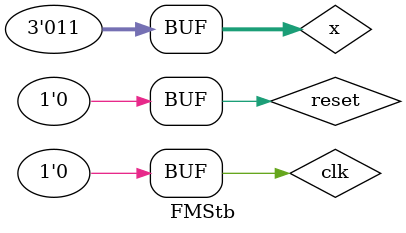
<source format=sv>
module FMStb();

	logic clk, reset;
	logic [2:0] x;
	logic [3:0] s;
	
	FMSCafe mCafe (clk, reset, x, s);
	
	always begin 
	clk = 1; #10;
	clk = 0; #10;
	end
	
	initial begin
	reset = 0;
	
	x = 3'b001; #20;
	x = 3'b001; #20;
	x = 3'b001; #20;
	
	x = 3'b011; #20;
	
	end
endmodule

</source>
